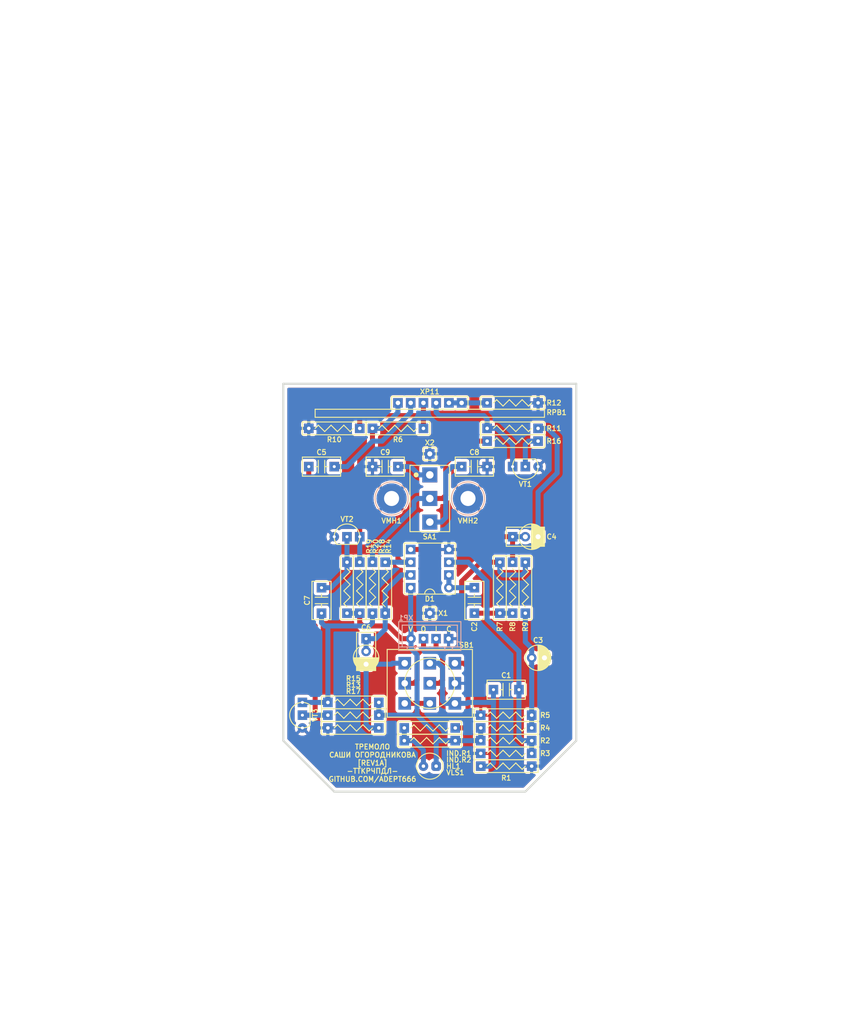
<source format=kicad_pcb>
(kicad_pcb (version 20171130) (host pcbnew 5.1.12-84ad8e8a86~92~ubuntu20.04.1)
  (title_block (title ТКП-1.25.A-1) (date 2024-12-15) (rev 1A) (company "Тремоло Саши Огородникова [REV1A]") (comment 1 http://github.com/Adept666) (comment 2 "Igor Ivanov (Игорь Иванов)") (comment 3 -ТТКРЧПДЛ-) (comment 4 "This project is licensed under GNU General Public License v3.0 or later"))
  (layers (0 F.Cu jumper) (31 B.Cu signal) (34 B.Paste user) (35 F.Paste user) (36 B.SilkS user) (37 F.SilkS user) (38 B.Mask user) (39 F.Mask user) (44 Edge.Cuts user))
  (net 0 "")
  (net 1 COM)
  (net 2 "Net-(HL1-PadC)")
  (net 3 /LED)
  (net 4 V)
  (net 5 /IN-CIR)
  (net 6 /IN-CON)
  (net 7 "Net-(SB1-PadNC1)")
  (net 8 /OUT-CIR)
  (net 9 /OUT-CON)
  (net 10 "Net-(C8-Pad1)")
  (net 11 "Net-(C9-Pad1)")
  (net 12 "Net-(C1-Pad2)")
  (net 13 "Net-(D1-Pad5)")
  (net 14 "Net-(C3-Pad+)")
  (net 15 "Net-(C4-Pad+)")
  (net 16 "Net-(C7-Pad1)")
  (net 17 "Net-(R12-Pad2)")
  (net 18 "Net-(C2-Pad1)")
  (net 19 "Net-(C2-Pad2)")
  (net 20 "Net-(C4-Pad-)")
  (net 21 "Net-(C5-Pad1)")
  (net 22 "Net-(C5-Pad2)")
  (net 23 "Net-(C6-Pad+)")
  (net 24 "Net-(C7-Pad2)")
  (net 25 "Net-(R10-Pad2)")
  (net 26 "Net-(R20-Pad1)")
  (net 27 "Net-(R11-Pad1)")
  (net 28 "Net-(R16-Pad1)")
  (net 29 "Net-(R16-Pad2)")
  (module KCL-VIRTUAL:VTC (layer B.Cu) (at 110.49 128.27 90)
    (fp_text reference VTC5)
    (fp_text value BOTTOM hide)
    (pad 1 smd circle (at 0 0 90) (size 0.4 0.4) (layers B.Cu) (net 17 "Net-(R12-Pad2)"))
  )
  (module KCL-VIRTUAL:VTC (layer B.Cu) (at 114.3 128.27 90)
    (fp_text reference VTC4)
    (fp_text value BOTTOM hide)
    (pad 1 smd circle (at 0 0 90) (size 0.4 0.4) (layers B.Cu) (net 17 "Net-(R12-Pad2)"))
  )
  (module KCL-VIRTUAL:VTC (layer B.Cu) (at 114.3 130.81 90)
    (fp_text reference VTC3)
    (fp_text value BOTTOM hide)
    (pad 1 smd circle (at 0 0 90) (size 0.4 0.4) (layers B.Cu) (net 27 "Net-(R11-Pad1)"))
  )
  (module KCL-VIRTUAL:VTC (layer F.Cu) (at 104.14 129.765)
    (fp_text reference VTC2)
    (fp_text value TOP hide)
    (pad 1 smd circle (at 0 0) (size 0.4 0.4) (layers F.Cu) (net 25 "Net-(R10-Pad2)"))
  )
  (module KCL-VIRTUAL:VTC (layer B.Cu) (at 97.4725 131.7625 315)
    (fp_text reference VTC1)
    (fp_text value BOTTOM hide)
    (pad 1 smd circle (at 0 0 315) (size 0.4 0.4) (layers B.Cu) (net 26 "Net-(R20-Pad1)"))
  )
  (module KCL-VIRTUAL:VJ (layer B.Cu) (at 111.76 128.27)
    (fp_text reference VJ4.1)
    (fp_text value BOTTOM hide)
    (pad 1 smd circle (at 0 0) (size 0.4 0.4) (layers B.Cu) (net 17 "Net-(R12-Pad2)"))
  )
  (module KCL-VIRTUAL:VJ (layer B.Cu) (at 116.84 133.35)
    (fp_text reference VJ4.2)
    (fp_text value BOTTOM hide)
    (pad 1 smd circle (at 0 0) (size 0.4 0.4) (layers B.Cu) (net 27 "Net-(R11-Pad1)"))
  )
  (module KCL-VIRTUAL:VJ (layer B.Cu) (at 109.22 128.27)
    (fp_text reference VJ3.2)
    (fp_text value BOTTOM hide)
    (pad 1 smd circle (at 0 0) (size 0.4 0.4) (layers B.Cu) (net 17 "Net-(R12-Pad2)"))
  )
  (module KCL-VIRTUAL:VJ (layer B.Cu) (at 106.68 128.27)
    (fp_text reference VJ3.1)
    (fp_text value BOTTOM hide)
    (pad 1 smd circle (at 0 0) (size 0.4 0.4) (layers B.Cu) (net 27 "Net-(R11-Pad1)"))
  )
  (module KCL-VIRTUAL:VJ (layer B.Cu) (at 116.84 128.27)
    (fp_text reference VJ3.3)
    (fp_text value BOTTOM hide)
    (pad 1 smd circle (at 0 0) (size 0.4 0.4) (layers B.Cu) (net 17 "Net-(R12-Pad2)"))
  )
  (module KCL-VIRTUAL:VJ (layer B.Cu) (at 99.06 128.27)
    (fp_text reference VJ2.2)
    (fp_text value BOTTOM hide)
    (pad 1 smd circle (at 0 0) (size 0.4 0.4) (layers B.Cu) (net 26 "Net-(R20-Pad1)"))
  )
  (module KCL-VIRTUAL:VJ (layer B.Cu) (at 104.14 133.35)
    (fp_text reference VJ2.1)
    (fp_text value BOTTOM hide)
    (pad 1 smd circle (at 0 0) (size 0.4 0.4) (layers B.Cu) (net 25 "Net-(R10-Pad2)"))
  )
  (module KCL-VIRTUAL:VJ (layer B.Cu) (at 104.14 128.27)
    (fp_text reference VJ1.2)
    (fp_text value BOTTOM hide)
    (pad 1 smd circle (at 0 0) (size 0.4 0.4) (layers B.Cu) (net 25 "Net-(R10-Pad2)"))
  )
  (module KCL-VIRTUAL:VJ (layer B.Cu) (at 93.98 133.35)
    (fp_text reference VJ1.1)
    (fp_text value BOTTOM hide)
    (pad 1 smd circle (at 0 0) (size 0.4 0.4) (layers B.Cu) (net 26 "Net-(R20-Pad1)"))
  )
  (module KCL-TH-ML:CON-PAD-S-1.0-1.9 (layer F.Cu) (at 105.41 138.43)
    (fp_text reference X2 (at 0 -2.2225) (layer F.SilkS) (effects (font (thickness 0.2))))
    (fp_text value COM)
    (pad 1 thru_hole rect (at 0 0) (size 1.9 1.9) (drill 1) (layers *.Cu *.Mask) (net 1 COM))
  )
  (module KCL-TH-ML:CON-PAD-S-1.0-1.9 (layer F.Cu) (at 105.41 170.18)
    (fp_text reference X1 (at 1.5875 0) (layer F.SilkS) (effects (font (thickness 0.2)) (justify left)))
    (fp_text value COM)
    (pad 1 thru_hole rect (at 0 0) (size 1.9 1.9) (drill 1) (layers *.Cu *.Mask) (net 1 COM))
  )
  (module KCL-TH-ML:SW-MTS-102-A2-3.0-PNL-6.0 (layer F.Cu) (at 105.41 147.32)
    (fp_text reference SA1 (at 0 7.62) (layer F.SilkS) (effects (font (thickness 0.2))))
    (fp_text value MTS-102-A2)
    (pad NC thru_hole rect (at 0 -4.7) (size 3 3) (drill 1.5) (layers *.Cu *.Mask) (net 11 "Net-(C9-Pad1)"))
    (pad COM thru_hole rect (at 0 0) (size 3 3) (drill 1.5) (layers *.Cu *.Mask) (net 29 "Net-(R16-Pad2)"))
    (pad NO thru_hole rect (at 0 4.7) (size 3 3) (drill 1.5) (layers *.Cu *.Mask) (net 10 "Net-(C8-Pad1)"))
  )
  (module KCL-TH-ML:VMH-STA-DA5-PNL-3.0 (layer F.Cu) (at 113.03 147.32)
    (fp_text reference VMH2 (at 0 4.445) (layer F.SilkS) (effects (font (thickness 0.2))))
    (fp_text value DI5M3x18)
    (pad 0 thru_hole circle (at 0 0) (size 6 6) (drill 3) (layers *.Cu *.Mask) (net 1 COM))
  )
  (module KCL-TH-ML:VMH-STA-DA5-PNL-3.0 (layer F.Cu) (at 97.79 147.32)
    (fp_text reference VMH1 (at 0 4.445) (layer F.SilkS) (effects (font (thickness 0.2))))
    (fp_text value DI5M3x18)
    (pad 0 thru_hole circle (at 0 0) (size 6 6) (drill 3) (layers *.Cu *.Mask) (net 1 COM))
  )
  (module KCL-TH-ML:LED-ROUND-05.0-UNI-SH-SPACER-PNL-5.3 (layer F.Cu) (at 105.41 200.66)
    (fp_text reference HL1 (at 3.175 0) (layer F.SilkS) (effects (font (thickness 0.2)) (justify left)))
    (fp_text value FYL-5013URC)
    (pad C thru_hole circle (at -1.27 0) (size 1.9 1.9) (drill 0.7) (layers *.Cu *.Mask) (net 2 "Net-(HL1-PadC)"))
    (pad A thru_hole roundrect (at 1.27 0) (size 1.9 1.9) (drill 0.7) (layers *.Cu *.Mask) (roundrect_rratio 0.3) (net 4 V))
  )
  (module KCL-VIRTUAL:VLS-BR (layer F.Cu) (at 105.41 200.66)
    (fp_text reference VLS1 (at 3.175 1.27) (layer F.SilkS) (effects (font (thickness 0.2)) (justify left)))
    (fp_text value BR-12.7)
  )
  (module SBEL:1590N1_A1 (layer F.Cu) (at 105.41 148.59)
    (fp_text reference VE1 hide)
    (fp_text value 1590N1 hide)
  )
  (module KCL-TH-ML:SW-PBS-24-302SP-2.5-PNL-13.0 (layer F.Cu) (at 105.41 184.15)
    (fp_text reference SB1 (at 8.89 -7.62) (layer F.SilkS) (effects (font (thickness 0.2)) (justify right)))
    (fp_text value PBS-24-302SP)
    (pad COM3 thru_hole rect (at 5 0) (size 2.5 2.5) (drill 1.3) (layers *.Cu *.Mask) (net 1 COM))
    (pad NC3 thru_hole rect (at 5 4) (size 2.5 2.5) (drill 1.3) (layers *.Cu *.Mask) (net 5 /IN-CIR))
    (pad NO3 thru_hole rect (at 5 -4) (size 2.5 2.5) (drill 1.3) (layers *.Cu *.Mask) (net 3 /LED))
    (pad COM2 thru_hole rect (at 0 0) (size 2.5 2.5) (drill 1.3) (layers *.Cu *.Mask) (net 6 /IN-CON))
    (pad NC2 thru_hole rect (at 0 4) (size 2.5 2.5) (drill 1.3) (layers *.Cu *.Mask) (net 7 "Net-(SB1-PadNC1)"))
    (pad NO2 thru_hole rect (at 0 -4) (size 2.5 2.5) (drill 1.3) (layers *.Cu *.Mask) (net 5 /IN-CIR))
    (pad NO1 thru_hole rect (at -5 -4) (size 2.5 2.5) (drill 1.3) (layers *.Cu *.Mask) (net 8 /OUT-CIR))
    (pad COM1 thru_hole rect (at -5 0) (size 2.5 2.5) (drill 1.3) (layers *.Cu *.Mask) (net 9 /OUT-CON))
    (pad NC1 thru_hole rect (at -5 4) (size 2.5 2.5) (drill 1.3) (layers *.Cu *.Mask) (net 7 "Net-(SB1-PadNC1)"))
  )
  (module KCL-TH-ML:R-MFR-25 (layer F.Cu) (at 121.92 133.35)
    (fp_text reference R11 (at 6.6675 0) (layer F.SilkS) (effects (font (thickness 0.2)) (justify left)))
    (fp_text value 103)
    (pad 2 thru_hole rect (at 5.08 0) (size 1.9 1.9) (drill 0.7) (layers *.Cu *.Mask) (net 20 "Net-(C4-Pad-)"))
    (pad 1 thru_hole rect (at -5.08 0) (size 1.9 1.9) (drill 0.7) (layers *.Cu *.Mask) (net 27 "Net-(R11-Pad1)"))
  )
  (module SBKCL-TH-ML:C-DISK-D04.2-T03.0-P05.08-d0.5-OR-CP-RADIAL-D05.0-P02.0-CLS (layer F.Cu) (at 124.46 154.94)
    (fp_text reference C4 (at 4.1275 0) (layer F.SilkS) (effects (font (thickness 0.2)) (justify left)))
    (fp_text value 475)
    (pad - thru_hole rect (at 2.54 0) (size 1.9 1.9) (drill 1) (layers *.Cu *.Mask) (net 20 "Net-(C4-Pad-)"))
    (pad + thru_hole circle (at 0 0) (size 1.9 1.9) (drill 1) (layers *.Cu *.Mask) (net 15 "Net-(C4-Pad+)"))
    (pad + thru_hole rect (at -2.54 0) (size 1.9 1.9) (drill 0.6) (layers *.Cu *.Mask) (net 15 "Net-(C4-Pad+)"))
  )
  (module KCL-TH-ML:R-MFR-25 (layer F.Cu) (at 120.65 200.66 180)
    (fp_text reference R1 (at 0 -2.3495) (layer F.SilkS) (effects (font (thickness 0.2))))
    (fp_text value 225)
    (pad 1 thru_hole rect (at -5.08 0 180) (size 1.9 1.9) (drill 0.7) (layers *.Cu *.Mask) (net 1 COM))
    (pad 2 thru_hole rect (at 5.08 0 180) (size 1.9 1.9) (drill 0.7) (layers *.Cu *.Mask) (net 5 /IN-CIR))
  )
  (module SBKCL-VIRTUAL:XB-1590N1 (layer F.Cu) (at 105.41 90.17)
    (fp_text reference XB1 hide)
    (fp_text value "1590N1 Connector Board" hide)
  )
  (module KCL-TH-ML:CON-XH-B4B-A (layer B.Cu) (at 105.41 175.26)
    (fp_text reference XP1 (at -6.35 -4.1275) (layer B.SilkS) (effects (font (thickness 0.2)) (justify right mirror)))
    (fp_text value B4B-XH-A)
    (pad 1 thru_hole circle (at -3.75 0) (size 1.9 1.9) (drill 0.9) (layers *.Cu *.Mask) (net 4 V))
    (pad 2 thru_hole rect (at -1.25 0) (size 1.9 1.9) (drill 0.9) (layers *.Cu *.Mask) (net 9 /OUT-CON))
    (pad 3 thru_hole rect (at 1.25 0) (size 1.9 1.9) (drill 0.9) (layers *.Cu *.Mask) (net 6 /IN-CON))
    (pad 4 thru_hole rect (at 3.75 0) (size 1.9 1.9) (drill 0.9) (layers *.Cu *.Mask) (net 1 COM))
  )
  (module SBKCL-TH-ML:C-DISK-D04.2-T03.0-P05.08-d0.5-OR-CP-RADIAL-D05.0-P02.0-CLS (layer F.Cu) (at 92.71 177.8 270)
    (fp_text reference C6 (at -4.7625 0) (layer F.SilkS) (effects (font (thickness 0.2))))
    (fp_text value 105)
    (pad + thru_hole rect (at -2.54 0 270) (size 1.9 1.9) (drill 0.6) (layers *.Cu *.Mask) (net 23 "Net-(C6-Pad+)"))
    (pad + thru_hole circle (at 0 0 270) (size 1.9 1.9) (drill 1) (layers *.Cu *.Mask) (net 23 "Net-(C6-Pad+)"))
    (pad - thru_hole rect (at 2.54 0 270) (size 1.9 1.9) (drill 1) (layers *.Cu *.Mask) (net 8 /OUT-CIR))
  )
  (module SBKCL-TH-ML:RPB-1590N1-18-2x17-1.6-PNL-7.4-2.8 (layer F.Cu) (at 105.41 117.04)
    (fp_text reference RPB1 (at 23.1775 13.135) (layer F.SilkS) (effects (font (thickness 0.2)) (justify left)))
    (fp_text value A100K-A100K)
    (fp_text user XP11 (at 0 9.0075) (layer F.SilkS) (effects (font (thickness 0.2))))
    (pad 23 thru_hole rect (at 1.27 11.23) (size 1.9 1.9) (drill 0.9) (layers *.Cu *.Mask) (net 27 "Net-(R11-Pad1)"))
    (pad 13 thru_hole rect (at -6.35 11.23) (size 1.9 1.9) (drill 0.9) (layers *.Cu *.Mask) (net 26 "Net-(R20-Pad1)"))
    (pad 11 thru_hole rect (at -1.27 11.23) (size 1.9 1.9) (drill 0.9) (layers *.Cu *.Mask) (net 25 "Net-(R10-Pad2)"))
    (pad 12 thru_hole rect (at -3.81 11.23) (size 1.9 1.9) (drill 0.9) (layers *.Cu *.Mask) (net 21 "Net-(C5-Pad1)"))
    (pad 22 thru_hole rect (at 3.81 11.23) (size 1.9 1.9) (drill 0.9) (layers *.Cu *.Mask) (net 17 "Net-(R12-Pad2)"))
    (pad 21 thru_hole rect (at 6.35 11.23) (size 1.9 1.9) (drill 0.9) (layers *.Cu *.Mask) (net 17 "Net-(R12-Pad2)"))
  )
  (module KCL-TH-ML:P-TO-92-E-B-C (layer F.Cu) (at 80.01 190.5 90)
    (fp_text reference VT3 (at 0 2.54 90) (layer F.SilkS) (effects (font (thickness 0.2))))
    (fp_text value 5088)
    (pad E thru_hole circle (at -2.54 0 90) (size 1.9 1.9) (drill 0.6) (layers *.Cu *.Mask) (net 1 COM))
    (pad B thru_hole rect (at 0 0 90) (size 1.9 1.9) (drill 0.6) (layers *.Cu *.Mask) (net 22 "Net-(C5-Pad2)"))
    (pad C thru_hole rect (at 2.54 0 90) (size 1.9 1.9) (drill 0.6) (layers *.Cu *.Mask) (net 16 "Net-(C7-Pad1)"))
  )
  (module KCL-TH-ML:P-TO-92-E-B-C (layer F.Cu) (at 88.9 154.94)
    (fp_text reference VT2 (at 0 -3.4925) (layer F.SilkS) (effects (font (thickness 0.2))))
    (fp_text value 5088)
    (pad E thru_hole circle (at -2.54 0) (size 1.9 1.9) (drill 0.6) (layers *.Cu *.Mask) (net 1 COM))
    (pad B thru_hole rect (at 0 0) (size 1.9 1.9) (drill 0.6) (layers *.Cu *.Mask) (net 24 "Net-(C7-Pad2)"))
    (pad C thru_hole rect (at 2.54 0) (size 1.9 1.9) (drill 0.6) (layers *.Cu *.Mask) (net 26 "Net-(R20-Pad1)"))
  )
  (module KCL-TH-ML:P-TO-92-E-B-C (layer F.Cu) (at 124.46 140.97 180)
    (fp_text reference VT1 (at 0 -3.4925) (layer F.SilkS) (effects (font (thickness 0.2))))
    (fp_text value 5088)
    (pad E thru_hole circle (at -2.54 0 180) (size 1.9 1.9) (drill 0.6) (layers *.Cu *.Mask) (net 1 COM))
    (pad B thru_hole rect (at 0 0 180) (size 1.9 1.9) (drill 0.6) (layers *.Cu *.Mask) (net 28 "Net-(R16-Pad1)"))
    (pad C thru_hole rect (at 2.54 0 180) (size 1.9 1.9) (drill 0.6) (layers *.Cu *.Mask) (net 27 "Net-(R11-Pad1)"))
  )
  (module KCL-TH-ML:R-MFR-25 (layer F.Cu) (at 119.38 165.1 90)
    (fp_text reference R7 (at -6.6675 0 90) (layer F.SilkS) (effects (font (thickness 0.2)) (justify right)))
    (fp_text value 473)
    (pad 2 thru_hole rect (at 5.08 0 90) (size 1.9 1.9) (drill 0.7) (layers *.Cu *.Mask) (net 13 "Net-(D1-Pad5)"))
    (pad 1 thru_hole rect (at -5.08 0 90) (size 1.9 1.9) (drill 0.7) (layers *.Cu *.Mask) (net 19 "Net-(C2-Pad2)"))
  )
  (module KCL-TH-ML:R-MFR-25 (layer F.Cu) (at 90.17 193.04)
    (fp_text reference R17 (at 0 -7.3025) (layer F.SilkS) (effects (font (thickness 0.2))))
    (fp_text value 473)
    (pad 1 thru_hole rect (at -5.08 0) (size 1.9 1.9) (drill 0.7) (layers *.Cu *.Mask) (net 1 COM))
    (pad 2 thru_hole rect (at 5.08 0) (size 1.9 1.9) (drill 0.7) (layers *.Cu *.Mask) (net 8 /OUT-CIR))
  )
  (module KCL-TH-ML:R-MFR-25 (layer F.Cu) (at 120.65 190.5)
    (fp_text reference R5 (at 6.6675 0) (layer F.SilkS) (effects (font (thickness 0.2)) (justify left)))
    (fp_text value 303)
    (pad 1 thru_hole rect (at -5.08 0) (size 1.9 1.9) (drill 0.7) (layers *.Cu *.Mask) (net 1 COM))
    (pad 2 thru_hole rect (at 5.08 0) (size 1.9 1.9) (drill 0.7) (layers *.Cu *.Mask) (net 14 "Net-(C3-Pad+)"))
  )
  (module KCL-TH-ML:R-MFR-25 (layer F.Cu) (at 120.65 193.04 180)
    (fp_text reference R4 (at -6.6675 0) (layer F.SilkS) (effects (font (thickness 0.2)) (justify left)))
    (fp_text value 273)
    (pad 1 thru_hole rect (at -5.08 0 180) (size 1.9 1.9) (drill 0.7) (layers *.Cu *.Mask) (net 14 "Net-(C3-Pad+)"))
    (pad 2 thru_hole rect (at 5.08 0 180) (size 1.9 1.9) (drill 0.7) (layers *.Cu *.Mask) (net 4 V))
  )
  (module KCL-TH-ML:R-MFR-25 (layer F.Cu) (at 124.46 165.1 90)
    (fp_text reference R9 (at -6.6675 0 90) (layer F.SilkS) (effects (font (thickness 0.2)) (justify right)))
    (fp_text value 393)
    (pad 1 thru_hole rect (at -5.08 0 90) (size 1.9 1.9) (drill 0.7) (layers *.Cu *.Mask) (net 14 "Net-(C3-Pad+)"))
    (pad 2 thru_hole rect (at 5.08 0 90) (size 1.9 1.9) (drill 0.7) (layers *.Cu *.Mask) (net 13 "Net-(D1-Pad5)"))
  )
  (module KCL-TH-ML:R-MFR-25 (layer F.Cu) (at 121.92 165.1 90)
    (fp_text reference R8 (at -6.6675 0 90) (layer F.SilkS) (effects (font (thickness 0.2)) (justify right)))
    (fp_text value 303)
    (pad 2 thru_hole rect (at 5.08 0 90) (size 1.9 1.9) (drill 0.7) (layers *.Cu *.Mask) (net 15 "Net-(C4-Pad+)"))
    (pad 1 thru_hole rect (at -5.08 0 90) (size 1.9 1.9) (drill 0.7) (layers *.Cu *.Mask) (net 19 "Net-(C2-Pad2)"))
  )
  (module KCL-TH-ML:CP-RADIAL-D05.0-P02.0-CLS (layer F.Cu) (at 127 179.07)
    (fp_text reference C3 (at 0 -3.4925) (layer F.SilkS) (effects (font (thickness 0.2))))
    (fp_text value 226)
    (pad + thru_hole circle (at -1.27 0) (size 1.9 1.9) (drill 1) (layers *.Cu *.Mask) (net 14 "Net-(C3-Pad+)"))
    (pad - thru_hole roundrect (at 1.27 0) (size 1.9 1.9) (drill 1) (layers *.Cu *.Mask) (roundrect_rratio 0.3) (net 1 COM))
  )
  (module KCL-TH-ML:R-MFR-25 (layer F.Cu) (at 99.06 133.35 180)
    (fp_text reference R6 (at 0 -2.2225) (layer F.SilkS) (effects (font (thickness 0.2))))
    (fp_text value 683)
    (pad 1 thru_hole rect (at -5.08 0 180) (size 1.9 1.9) (drill 0.7) (layers *.Cu *.Mask) (net 25 "Net-(R10-Pad2)"))
    (pad 2 thru_hole rect (at 5.08 0 180) (size 1.9 1.9) (drill 0.7) (layers *.Cu *.Mask) (net 26 "Net-(R20-Pad1)"))
  )
  (module KCL-TH-ML:R-MFR-25 (layer F.Cu) (at 86.36 133.35)
    (fp_text reference R10 (at 0 2.2225) (layer F.SilkS) (effects (font (thickness 0.2))))
    (fp_text value 112)
    (pad 1 thru_hole rect (at -5.08 0) (size 1.9 1.9) (drill 0.7) (layers *.Cu *.Mask) (net 1 COM))
    (pad 2 thru_hole rect (at 5.08 0) (size 1.9 1.9) (drill 0.7) (layers *.Cu *.Mask) (net 25 "Net-(R10-Pad2)"))
  )
  (module KCL-TH-ML:R-MFR-25 (layer F.Cu) (at 121.92 128.27 180)
    (fp_text reference R12 (at -6.6675 0) (layer F.SilkS) (effects (font (thickness 0.2)) (justify left)))
    (fp_text value 103)
    (pad 1 thru_hole rect (at -5.08 0 180) (size 1.9 1.9) (drill 0.7) (layers *.Cu *.Mask) (net 1 COM))
    (pad 2 thru_hole rect (at 5.08 0 180) (size 1.9 1.9) (drill 0.7) (layers *.Cu *.Mask) (net 17 "Net-(R12-Pad2)"))
  )
  (module KCL-TH-ML:R-MFR-25 (layer F.Cu) (at 120.65 195.58 180)
    (fp_text reference R2 (at -6.6675 0) (layer F.SilkS) (effects (font (thickness 0.2)) (justify left)))
    (fp_text value 105)
    (pad 1 thru_hole rect (at -5.08 0 180) (size 1.9 1.9) (drill 0.7) (layers *.Cu *.Mask) (net 12 "Net-(C1-Pad2)"))
    (pad 2 thru_hole rect (at 5.08 0 180) (size 1.9 1.9) (drill 0.7) (layers *.Cu *.Mask) (net 4 V))
  )
  (module KCL-TH-ML:R-MFR-25 (layer F.Cu) (at 120.65 198.12)
    (fp_text reference R3 (at 6.6675 0) (layer F.SilkS) (effects (font (thickness 0.2)) (justify left)))
    (fp_text value 105)
    (pad 1 thru_hole rect (at -5.08 0) (size 1.9 1.9) (drill 0.7) (layers *.Cu *.Mask) (net 1 COM))
    (pad 2 thru_hole rect (at 5.08 0) (size 1.9 1.9) (drill 0.7) (layers *.Cu *.Mask) (net 12 "Net-(C1-Pad2)"))
  )
  (module KCL-TH-ML:P-DIP-08 (layer F.Cu) (at 105.41 161.29 180)
    (fp_text reference D1 (at 0 -6.0325) (layer F.SilkS) (effects (font (thickness 0.2))))
    (fp_text value 4558)
    (pad 8 thru_hole rect (at 3.81 -3.81 180) (size 1.9 1.9) (drill 1) (layers *.Cu *.Mask) (net 4 V))
    (pad 7 thru_hole rect (at 3.81 -1.27 180) (size 1.9 1.9) (drill 1) (layers *.Cu *.Mask) (net 23 "Net-(C6-Pad+)"))
    (pad 6 thru_hole rect (at 3.81 1.27 180) (size 1.9 1.9) (drill 1) (layers *.Cu *.Mask) (net 15 "Net-(C4-Pad+)"))
    (pad 5 thru_hole rect (at 3.81 3.81 180) (size 1.9 1.9) (drill 1) (layers *.Cu *.Mask) (net 13 "Net-(D1-Pad5)"))
    (pad 4 thru_hole rect (at -3.81 3.81 180) (size 1.9 1.9) (drill 1) (layers *.Cu *.Mask) (net 1 COM))
    (pad 3 thru_hole rect (at -3.81 1.27 180) (size 1.9 1.9) (drill 1) (layers *.Cu *.Mask) (net 12 "Net-(C1-Pad2)"))
    (pad 2 thru_hole rect (at -3.81 -1.27 180) (size 1.9 1.9) (drill 1) (layers *.Cu *.Mask) (net 18 "Net-(C2-Pad1)"))
    (pad 1 thru_hole circle (at -3.81 -3.81 180) (size 1.9 1.9) (drill 1) (layers *.Cu *.Mask) (net 18 "Net-(C2-Pad1)"))
  )
  (module KCL-TH-ML:C-DISK-D04.2-T03.0-P05.08-d0.5 (layer F.Cu) (at 114.3 167.64 270)
    (fp_text reference C2 (at 4.1275 0 90) (layer F.SilkS) (effects (font (thickness 0.2)) (justify right)))
    (fp_text value 104)
    (pad 2 thru_hole rect (at 2.54 0 270) (size 1.9 1.9) (drill 0.6) (layers *.Cu *.Mask) (net 19 "Net-(C2-Pad2)"))
    (pad 1 thru_hole rect (at -2.54 0 270) (size 1.9 1.9) (drill 0.6) (layers *.Cu *.Mask) (net 18 "Net-(C2-Pad1)"))
  )
  (module KCL-TH-ML:C-DISK-D04.2-T03.0-P05.08-d0.5 (layer F.Cu) (at 120.65 185.42)
    (fp_text reference C1 (at 0 -2.8575) (layer F.SilkS) (effects (font (thickness 0.2))))
    (fp_text value 104)
    (pad 1 thru_hole rect (at -2.54 0) (size 1.9 1.9) (drill 0.6) (layers *.Cu *.Mask) (net 5 /IN-CIR))
    (pad 2 thru_hole rect (at 2.54 0) (size 1.9 1.9) (drill 0.6) (layers *.Cu *.Mask) (net 12 "Net-(C1-Pad2)"))
  )
  (module KCL-TH-ML:R-MFR-25 (layer F.Cu) (at 121.92 135.89 180)
    (fp_text reference R16 (at -6.6675 0) (layer F.SilkS) (effects (font (thickness 0.2)) (justify left)))
    (fp_text value 204)
    (pad 1 thru_hole rect (at -5.08 0 180) (size 1.9 1.9) (drill 0.7) (layers *.Cu *.Mask) (net 28 "Net-(R16-Pad1)"))
    (pad 2 thru_hole rect (at 5.08 0 180) (size 1.9 1.9) (drill 0.7) (layers *.Cu *.Mask) (net 29 "Net-(R16-Pad2)"))
  )
  (module KCL-TH-ML:C-DISK-D04.2-T03.0-P05.08-d0.5 (layer F.Cu) (at 114.3 140.97)
    (fp_text reference C8 (at 0 -2.8575) (layer F.SilkS) (effects (font (thickness 0.2))))
    (fp_text value 224)
    (pad 2 thru_hole rect (at 2.54 0) (size 1.9 1.9) (drill 0.6) (layers *.Cu *.Mask) (net 1 COM))
    (pad 1 thru_hole rect (at -2.54 0) (size 1.9 1.9) (drill 0.6) (layers *.Cu *.Mask) (net 10 "Net-(C8-Pad1)"))
  )
  (module KCL-TH-ML:C-DISK-D04.2-T03.0-P05.08-d0.5 (layer F.Cu) (at 96.52 140.97 180)
    (fp_text reference C9 (at 0 2.8575) (layer F.SilkS) (effects (font (thickness 0.2))))
    (fp_text value 223)
    (pad 2 thru_hole rect (at 2.54 0 180) (size 1.9 1.9) (drill 0.6) (layers *.Cu *.Mask) (net 1 COM))
    (pad 1 thru_hole rect (at -2.54 0 180) (size 1.9 1.9) (drill 0.6) (layers *.Cu *.Mask) (net 11 "Net-(C9-Pad1)"))
  )
  (module KCL-TH-ML:R-MFR-25 (layer F.Cu) (at 90.17 190.5)
    (fp_text reference R13 (at 0 -6.0325) (layer F.SilkS) (effects (font (thickness 0.2))))
    (fp_text value 225)
    (pad 2 thru_hole rect (at 5.08 0) (size 1.9 1.9) (drill 0.7) (layers *.Cu *.Mask) (net 4 V))
    (pad 1 thru_hole rect (at -5.08 0) (size 1.9 1.9) (drill 0.7) (layers *.Cu *.Mask) (net 22 "Net-(C5-Pad2)"))
  )
  (module KCL-TH-ML:R-MFR-25 (layer F.Cu) (at 90.17 187.96)
    (fp_text reference R15 (at 0 -4.7625) (layer F.SilkS) (effects (font (thickness 0.2))))
    (fp_text value 473)
    (pad 2 thru_hole rect (at 5.08 0) (size 1.9 1.9) (drill 0.7) (layers *.Cu *.Mask) (net 4 V))
    (pad 1 thru_hole rect (at -5.08 0) (size 1.9 1.9) (drill 0.7) (layers *.Cu *.Mask) (net 16 "Net-(C7-Pad1)"))
  )
  (module KCL-TH-ML:R-MFR-25 (layer F.Cu) (at 91.44 165.1 270)
    (fp_text reference R20 (at -6.6675 -3.175 90) (layer F.SilkS) (effects (font (thickness 0.2)) (justify left)))
    (fp_text value 473)
    (pad 1 thru_hole rect (at -5.08 0 270) (size 1.9 1.9) (drill 0.7) (layers *.Cu *.Mask) (net 26 "Net-(R20-Pad1)"))
    (pad 2 thru_hole rect (at 5.08 0 270) (size 1.9 1.9) (drill 0.7) (layers *.Cu *.Mask) (net 4 V))
  )
  (module KCL-TH-ML:R-MFR-25 (layer F.Cu) (at 88.9 165.1 270)
    (fp_text reference R19 (at -6.6675 -4.445 90) (layer F.SilkS) (effects (font (thickness 0.2)) (justify left)))
    (fp_text value 334)
    (pad 1 thru_hole rect (at -5.08 0 270) (size 1.9 1.9) (drill 0.7) (layers *.Cu *.Mask) (net 24 "Net-(C7-Pad2)"))
    (pad 2 thru_hole rect (at 5.08 0 270) (size 1.9 1.9) (drill 0.7) (layers *.Cu *.Mask) (net 4 V))
  )
  (module KCL-TH-ML:R-MFR-25 (layer F.Cu) (at 93.98 165.1 90)
    (fp_text reference R18 (at 6.6675 1.905 90) (layer F.SilkS) (effects (font (thickness 0.2)) (justify left)))
    (fp_text value 204)
    (pad 2 thru_hole rect (at 5.08 0 90) (size 1.9 1.9) (drill 0.7) (layers *.Cu *.Mask) (net 29 "Net-(R16-Pad2)"))
    (pad 1 thru_hole rect (at -5.08 0 90) (size 1.9 1.9) (drill 0.7) (layers *.Cu *.Mask) (net 16 "Net-(C7-Pad1)"))
  )
  (module KCL-TH-ML:C-DISK-D04.2-T03.0-P05.08-d0.5 (layer F.Cu) (at 83.82 140.97 180)
    (fp_text reference C5 (at 0 2.8575) (layer F.SilkS) (effects (font (thickness 0.2))))
    (fp_text value 474)
    (pad 2 thru_hole rect (at 2.54 0 180) (size 1.9 1.9) (drill 0.6) (layers *.Cu *.Mask) (net 22 "Net-(C5-Pad2)"))
    (pad 1 thru_hole rect (at -2.54 0 180) (size 1.9 1.9) (drill 0.6) (layers *.Cu *.Mask) (net 21 "Net-(C5-Pad1)"))
  )
  (module KCL-TH-ML:C-DISK-D04.2-T03.0-P05.08-d0.5 (layer F.Cu) (at 83.82 167.64 90)
    (fp_text reference C7 (at 0 -2.8575 90) (layer F.SilkS) (effects (font (thickness 0.2))))
    (fp_text value 474)
    (pad 1 thru_hole rect (at -2.54 0 90) (size 1.9 1.9) (drill 0.6) (layers *.Cu *.Mask) (net 16 "Net-(C7-Pad1)"))
    (pad 2 thru_hole rect (at 2.54 0 90) (size 1.9 1.9) (drill 0.6) (layers *.Cu *.Mask) (net 24 "Net-(C7-Pad2)"))
  )
  (module KCL-TH-ML:R-MFR-25 (layer F.Cu) (at 105.41 195.58)
    (fp_text reference IND.R2 (at 3.175 3.81) (layer F.SilkS) (effects (font (thickness 0.2)) (justify left)))
    (fp_text value X)
    (pad 1 thru_hole rect (at -5.08 0) (size 1.9 1.9) (drill 0.7) (layers *.Cu *.Mask) (net 2 "Net-(HL1-PadC)"))
    (pad 2 thru_hole rect (at 5.08 0) (size 1.9 1.9) (drill 0.7) (layers *.Cu *.Mask) (net 4 V))
  )
  (module KCL-TH-ML:R-MFR-25 (layer F.Cu) (at 105.41 193.04 180)
    (fp_text reference IND.R1 (at -3.175 -5.08) (layer F.SilkS) (effects (font (thickness 0.2)) (justify left)))
    (fp_text value 472)
    (pad 1 thru_hole rect (at -5.08 0 180) (size 1.9 1.9) (drill 0.7) (layers *.Cu *.Mask) (net 3 /LED))
    (pad 2 thru_hole rect (at 5.08 0 180) (size 1.9 1.9) (drill 0.7) (layers *.Cu *.Mask) (net 2 "Net-(HL1-PadC)"))
  )
  (module KCL-TH-ML:R-MFR-25 (layer F.Cu) (at 96.52 165.1 270)
    (fp_text reference R14 (at -6.6675 -0.635 90) (layer F.SilkS) (effects (font (thickness 0.2)) (justify left)))
    (fp_text value 333)
    (pad 2 thru_hole rect (at 5.08 0 270) (size 1.9 1.9) (drill 0.7) (layers *.Cu *.Mask) (net 23 "Net-(C6-Pad+)"))
    (pad 1 thru_hole rect (at -5.08 0 270) (size 1.9 1.9) (drill 0.7) (layers *.Cu *.Mask) (net 15 "Net-(C4-Pad+)"))
  )
  (gr_text C (at 109.22 173.355) (layer F.SilkS) (effects (font (size 1 1) (thickness 0.2))))
  (gr_text I (at 106.68 173.355) (layer F.SilkS) (effects (font (size 1 1) (thickness 0.2))))
  (gr_text O (at 104.14 173.355) (layer F.SilkS) (effects (font (size 1 1) (thickness 0.2))))
  (gr_text V (at 101.6 173.355) (layer F.SilkS) (effects (font (size 1 1) (thickness 0.2))))
  (gr_text "ТРЕМОЛО\nСАШИ ОГОРОДНИКОВА\n[REV1A]\n-ТТКРЧПДЛ-\nGITHUB.COM/ADEPT666" (at 93.98 200.025) (layer F.SilkS) (effects (font (size 1 1) (thickness 0.2))))
  (gr_line (start 124.46 205.74) (end 134.62 195.58) (layer Edge.Cuts) (width 0.4))
  (gr_line (start 76.2 195.58) (end 86.36 205.74) (layer Edge.Cuts) (width 0.4))
  (gr_line (start 76.2 124.46) (end 134.62 124.46) (layer Edge.Cuts) (width 0.4))
  (gr_line (start 134.62 124.46) (end 134.62 195.58) (layer Edge.Cuts) (width 0.4))
  (gr_line (start 76.2 124.46) (end 76.2 195.58) (layer Edge.Cuts) (width 0.4))
  (gr_line (start 86.36 205.74) (end 124.46 205.74) (layer Edge.Cuts) (width 0.4))
  (segment (start 100.33 195.58) (end 102.235 195.58) (width 1) (layer B.Cu) (net 2))
  (segment (start 102.235 195.58) (end 104.14 197.485) (width 1) (layer B.Cu) (net 2))
  (segment (start 104.14 197.485) (end 104.14 200.66) (width 1) (layer B.Cu) (net 2))
  (segment (start 100.33 193.04) (end 100.33 195.58) (width 1) (layer B.Cu) (net 2))
  (segment (start 110.41 180.15) (end 112.205 180.15) (width 1) (layer F.Cu) (net 3))
  (segment (start 112.205 180.15) (end 113.03 180.975) (width 1) (layer F.Cu) (net 3))
  (segment (start 113.03 180.975) (end 113.03 192.405) (width 1) (layer F.Cu) (net 3))
  (segment (start 112.395 193.04) (end 113.03 192.405) (width 1) (layer F.Cu) (net 3))
  (segment (start 110.49 193.04) (end 112.395 193.04) (width 1) (layer F.Cu) (net 3))
  (segment (start 88.9 170.18) (end 91.44 170.18) (width 1) (layer B.Cu) (net 4))
  (segment (start 101.6 173.355) (end 101.6 165.1) (width 1) (layer B.Cu) (net 4))
  (segment (start 101.66 173.415) (end 101.6 173.355) (width 1) (layer B.Cu) (net 4))
  (segment (start 101.66 175.26) (end 101.66 173.415) (width 1) (layer B.Cu) (net 4))
  (segment (start 91.44 172.085) (end 91.44 170.18) (width 1) (layer F.Cu) (net 4))
  (segment (start 92.075 172.72) (end 91.44 172.085) (width 1) (layer F.Cu) (net 4))
  (segment (start 97.155 172.72) (end 92.075 172.72) (width 1) (layer F.Cu) (net 4))
  (segment (start 99.695 175.26) (end 97.155 172.72) (width 1) (layer F.Cu) (net 4))
  (segment (start 101.66 175.26) (end 99.695 175.26) (width 1) (layer F.Cu) (net 4))
  (segment (start 95.25 187.96) (end 95.25 190.5) (width 1) (layer B.Cu) (net 4))
  (segment (start 95.25 190.5) (end 102.87 190.5) (width 1) (layer B.Cu) (net 4))
  (segment (start 101.66 175.26) (end 101.66 177.225) (width 1) (layer B.Cu) (net 4))
  (segment (start 101.66 177.225) (end 102.87 178.435) (width 1) (layer B.Cu) (net 4))
  (segment (start 102.87 178.435) (end 102.87 190.5) (width 1) (layer B.Cu) (net 4))
  (segment (start 102.87 190.5) (end 106.68 194.31) (width 1) (layer B.Cu) (net 4))
  (segment (start 106.68 195.58) (end 110.49 195.58) (width 1) (layer B.Cu) (net 4))
  (segment (start 106.68 194.31) (end 106.68 195.58) (width 1) (layer B.Cu) (net 4))
  (segment (start 106.68 195.58) (end 106.68 200.66) (width 1) (layer B.Cu) (net 4))
  (segment (start 110.49 195.58) (end 115.57 195.58) (width 1) (layer B.Cu) (net 4))
  (segment (start 115.57 193.04) (end 115.57 195.58) (width 1) (layer B.Cu) (net 4))
  (segment (start 112.84 188.15) (end 110.41 188.15) (width 1) (layer B.Cu) (net 5))
  (segment (start 118.11 187.96) (end 113.03 187.96) (width 1) (layer B.Cu) (net 5))
  (segment (start 113.03 187.96) (end 112.84 188.15) (width 1) (layer B.Cu) (net 5))
  (segment (start 118.11 185.42) (end 118.11 187.96) (width 1) (layer B.Cu) (net 5))
  (segment (start 107.125 180.15) (end 105.41 180.15) (width 1) (layer B.Cu) (net 5))
  (segment (start 107.95 180.975) (end 107.125 180.15) (width 1) (layer B.Cu) (net 5))
  (segment (start 107.95 187.6425) (end 107.95 180.975) (width 1) (layer B.Cu) (net 5))
  (segment (start 108.4575 188.15) (end 107.95 187.6425) (width 1) (layer B.Cu) (net 5))
  (segment (start 110.41 188.15) (end 108.4575 188.15) (width 1) (layer B.Cu) (net 5))
  (segment (start 117.475 200.66) (end 118.11 200.025) (width 1) (layer B.Cu) (net 5))
  (segment (start 118.11 187.96) (end 118.11 200.025) (width 1) (layer B.Cu) (net 5))
  (segment (start 117.475 200.66) (end 115.57 200.66) (width 1) (layer B.Cu) (net 5))
  (segment (start 105.41 184.15) (end 107.315 184.15) (width 1) (layer F.Cu) (net 6))
  (segment (start 107.315 184.15) (end 107.95 183.515) (width 1) (layer F.Cu) (net 6))
  (segment (start 107.95 183.515) (end 107.95 178.435) (width 1) (layer F.Cu) (net 6))
  (segment (start 106.66 177.145) (end 107.95 178.435) (width 1) (layer F.Cu) (net 6))
  (segment (start 106.66 175.26) (end 106.66 177.145) (width 1) (layer F.Cu) (net 6))
  (segment (start 100.41 188.15) (end 105.41 188.15) (width 1) (layer F.Cu) (net 7))
  (segment (start 97.98 180.15) (end 100.41 180.15) (width 1) (layer B.Cu) (net 8))
  (segment (start 97.79 180.34) (end 97.98 180.15) (width 1) (layer B.Cu) (net 8))
  (segment (start 92.71 180.34) (end 97.79 180.34) (width 1) (layer B.Cu) (net 8))
  (segment (start 92.71 192.405) (end 93.345 193.04) (width 1) (layer B.Cu) (net 8))
  (segment (start 93.345 193.04) (end 95.25 193.04) (width 1) (layer B.Cu) (net 8))
  (segment (start 92.71 180.34) (end 92.71 192.405) (width 1) (layer B.Cu) (net 8))
  (segment (start 102.235 184.15) (end 100.41 184.15) (width 1) (layer F.Cu) (net 9))
  (segment (start 102.235 184.15) (end 102.87 183.515) (width 1) (layer F.Cu) (net 9))
  (segment (start 102.87 183.515) (end 102.87 178.435) (width 1) (layer F.Cu) (net 9))
  (segment (start 104.16 177.145) (end 102.87 178.435) (width 1) (layer F.Cu) (net 9))
  (segment (start 104.16 175.26) (end 104.16 177.145) (width 1) (layer F.Cu) (net 9))
  (segment (start 105.41 152.02) (end 107.695 152.02) (width 1) (layer B.Cu) (net 10))
  (segment (start 107.695 152.02) (end 108.585 151.13) (width 1) (layer B.Cu) (net 10))
  (segment (start 109.855 140.97) (end 108.585 142.24) (width 1) (layer B.Cu) (net 10))
  (segment (start 111.76 140.97) (end 109.855 140.97) (width 1) (layer B.Cu) (net 10))
  (segment (start 108.585 142.24) (end 108.585 151.13) (width 1) (layer B.Cu) (net 10))
  (segment (start 101.6 140.97) (end 99.06 140.97) (width 1) (layer B.Cu) (net 11))
  (segment (start 103.25 142.62) (end 101.6 140.97) (width 1) (layer B.Cu) (net 11))
  (segment (start 105.41 142.62) (end 103.25 142.62) (width 1) (layer B.Cu) (net 11))
  (segment (start 123.19 177.8) (end 123.19 185.42) (width 1) (layer B.Cu) (net 12))
  (segment (start 116.84 171.45) (end 123.19 177.8) (width 1) (layer B.Cu) (net 12))
  (segment (start 116.84 163.83) (end 116.84 171.45) (width 1) (layer B.Cu) (net 12))
  (segment (start 113.03 160.02) (end 116.84 163.83) (width 1) (layer B.Cu) (net 12))
  (segment (start 109.22 160.02) (end 113.03 160.02) (width 1) (layer B.Cu) (net 12))
  (segment (start 125.73 195.58) (end 125.73 198.12) (width 1) (layer B.Cu) (net 12))
  (segment (start 123.19 185.42) (end 123.19 194.945) (width 1) (layer B.Cu) (net 12))
  (segment (start 123.19 194.945) (end 123.825 195.58) (width 1) (layer B.Cu) (net 12))
  (segment (start 123.825 195.58) (end 125.73 195.58) (width 1) (layer B.Cu) (net 12))
  (segment (start 119.38 161.925) (end 120.015 162.56) (width 1) (layer B.Cu) (net 13))
  (segment (start 119.38 160.02) (end 119.38 161.925) (width 1) (layer B.Cu) (net 13))
  (segment (start 123.825 162.56) (end 124.46 161.925) (width 1) (layer B.Cu) (net 13))
  (segment (start 120.015 162.56) (end 123.825 162.56) (width 1) (layer B.Cu) (net 13))
  (segment (start 124.46 161.925) (end 124.46 160.02) (width 1) (layer B.Cu) (net 13))
  (segment (start 115.57 160.02) (end 119.38 160.02) (width 1) (layer F.Cu) (net 13))
  (segment (start 111.76 163.83) (end 115.57 160.02) (width 1) (layer F.Cu) (net 13))
  (segment (start 111.76 166.37) (end 111.76 163.83) (width 1) (layer F.Cu) (net 13))
  (segment (start 110.49 167.64) (end 111.76 166.37) (width 1) (layer F.Cu) (net 13))
  (segment (start 107.95 167.64) (end 110.49 167.64) (width 1) (layer F.Cu) (net 13))
  (segment (start 106.68 166.37) (end 107.95 167.64) (width 1) (layer F.Cu) (net 13))
  (segment (start 106.68 160.655) (end 106.68 166.37) (width 1) (layer F.Cu) (net 13))
  (segment (start 103.505 157.48) (end 106.68 160.655) (width 1) (layer F.Cu) (net 13))
  (segment (start 101.6 157.48) (end 103.505 157.48) (width 1) (layer F.Cu) (net 13))
  (segment (start 125.73 177.165) (end 125.73 179.07) (width 1) (layer B.Cu) (net 14))
  (segment (start 124.46 175.895) (end 125.73 177.165) (width 1) (layer B.Cu) (net 14))
  (segment (start 124.46 170.18) (end 124.46 175.895) (width 1) (layer B.Cu) (net 14))
  (segment (start 125.73 179.07) (end 125.73 190.5) (width 1) (layer B.Cu) (net 14))
  (segment (start 125.73 190.5) (end 125.73 193.04) (width 1) (layer B.Cu) (net 14))
  (segment (start 121.92 154.94) (end 124.46 154.94) (width 1) (layer B.Cu) (net 15))
  (segment (start 96.52 160.02) (end 101.6 160.02) (width 1) (layer B.Cu) (net 15))
  (segment (start 99.06 156.21) (end 100.33 154.94) (width 1) (layer F.Cu) (net 15))
  (segment (start 99.06 159.385) (end 99.06 156.21) (width 1) (layer F.Cu) (net 15))
  (segment (start 99.695 160.02) (end 99.06 159.385) (width 1) (layer F.Cu) (net 15))
  (segment (start 100.33 154.94) (end 121.92 154.94) (width 1) (layer F.Cu) (net 15))
  (segment (start 101.6 160.02) (end 99.695 160.02) (width 1) (layer F.Cu) (net 15))
  (segment (start 121.92 154.94) (end 121.92 160.02) (width 1) (layer F.Cu) (net 15))
  (segment (start 93.98 172.085) (end 93.98 170.18) (width 1) (layer B.Cu) (net 16))
  (segment (start 93.345 172.72) (end 93.98 172.085) (width 1) (layer B.Cu) (net 16))
  (segment (start 85.09 172.72) (end 93.345 172.72) (width 1) (layer B.Cu) (net 16))
  (segment (start 83.82 170.18) (end 83.82 172.085) (width 1) (layer B.Cu) (net 16))
  (segment (start 83.82 172.085) (end 84.455 172.72) (width 1) (layer B.Cu) (net 16))
  (segment (start 84.455 172.72) (end 85.09 172.72) (width 1) (layer B.Cu) (net 16))
  (segment (start 80.01 187.96) (end 85.09 187.96) (width 1) (layer B.Cu) (net 16))
  (segment (start 85.09 187.96) (end 85.09 172.72) (width 1) (layer B.Cu) (net 16))
  (segment (start 109.22 128.27) (end 111.76 128.27) (width 1) (layer B.Cu) (net 17))
  (segment (start 111.76 128.27) (end 116.84 128.27) (width 1) (layer B.Cu) (net 17))
  (segment (start 109.22 162.56) (end 109.22 165.1) (width 1) (layer B.Cu) (net 18))
  (segment (start 109.22 165.1) (end 114.3 165.1) (width 1) (layer B.Cu) (net 18))
  (segment (start 114.3 170.18) (end 119.38 170.18) (width 1) (layer F.Cu) (net 19))
  (segment (start 119.38 170.18) (end 121.92 170.18) (width 1) (layer B.Cu) (net 19))
  (segment (start 127 146.05) (end 127 154.94) (width 1) (layer B.Cu) (net 20))
  (segment (start 130.81 142.24) (end 127 146.05) (width 1) (layer B.Cu) (net 20))
  (segment (start 130.81 135.255) (end 130.81 142.24) (width 1) (layer B.Cu) (net 20))
  (segment (start 128.905 133.35) (end 130.81 135.255) (width 1) (layer B.Cu) (net 20))
  (segment (start 127 133.35) (end 128.905 133.35) (width 1) (layer B.Cu) (net 20))
  (segment (start 101.6 130.175) (end 101.6 128.27) (width 1) (layer B.Cu) (net 21))
  (segment (start 95.885 135.89) (end 101.6 130.175) (width 1) (layer B.Cu) (net 21))
  (segment (start 93.98 135.89) (end 95.885 135.89) (width 1) (layer B.Cu) (net 21))
  (segment (start 88.9 140.97) (end 93.98 135.89) (width 1) (layer B.Cu) (net 21))
  (segment (start 86.36 140.97) (end 88.9 140.97) (width 1) (layer B.Cu) (net 21))
  (segment (start 80.01 190.5) (end 85.09 190.5) (width 1) (layer B.Cu) (net 22))
  (segment (start 80.01 190.5) (end 81.915 190.5) (width 1) (layer F.Cu) (net 22))
  (segment (start 81.915 190.5) (end 82.55 189.865) (width 1) (layer F.Cu) (net 22))
  (segment (start 82.55 172.72) (end 82.55 189.865) (width 1) (layer F.Cu) (net 22))
  (segment (start 81.28 171.45) (end 82.55 172.72) (width 1) (layer F.Cu) (net 22))
  (segment (start 81.28 140.97) (end 81.28 171.45) (width 1) (layer F.Cu) (net 22))
  (segment (start 92.71 175.26) (end 92.71 177.8) (width 1) (layer B.Cu) (net 23))
  (segment (start 96.52 165.735) (end 99.695 162.56) (width 1) (layer B.Cu) (net 23))
  (segment (start 99.695 162.56) (end 101.6 162.56) (width 1) (layer B.Cu) (net 23))
  (segment (start 96.52 170.18) (end 96.52 165.735) (width 1) (layer B.Cu) (net 23))
  (segment (start 96.52 173.355) (end 96.52 170.18) (width 1) (layer B.Cu) (net 23))
  (segment (start 94.615 175.26) (end 96.52 173.355) (width 1) (layer B.Cu) (net 23))
  (segment (start 92.71 175.26) (end 94.615 175.26) (width 1) (layer B.Cu) (net 23))
  (segment (start 88.9 154.94) (end 88.9 160.02) (width 1) (layer B.Cu) (net 24))
  (segment (start 88.9 161.925) (end 88.9 160.02) (width 1) (layer B.Cu) (net 24))
  (segment (start 85.725 165.1) (end 88.9 161.925) (width 1) (layer B.Cu) (net 24))
  (segment (start 83.82 165.1) (end 85.725 165.1) (width 1) (layer B.Cu) (net 24))
  (segment (start 92.075 130.81) (end 104.14 130.81) (width 1) (layer F.Cu) (net 25))
  (segment (start 91.44 131.445) (end 92.075 130.81) (width 1) (layer F.Cu) (net 25))
  (segment (start 91.44 133.35) (end 91.44 131.445) (width 1) (layer F.Cu) (net 25))
  (segment (start 104.14 128.27) (end 104.14 130.81) (width 1) (layer F.Cu) (net 25))
  (segment (start 104.14 130.81) (end 104.14 133.35) (width 1) (layer F.Cu) (net 25))
  (segment (start 93.98 133.35) (end 93.98 137.16) (width 1) (layer F.Cu) (net 26))
  (segment (start 93.98 137.16) (end 91.44 139.7) (width 1) (layer F.Cu) (net 26))
  (segment (start 91.44 139.7) (end 91.44 154.94) (width 1) (layer F.Cu) (net 26))
  (segment (start 99.06 130.175) (end 99.06 128.27) (width 1) (layer B.Cu) (net 26))
  (segment (start 95.885 133.35) (end 99.06 130.175) (width 1) (layer B.Cu) (net 26))
  (segment (start 93.98 133.35) (end 95.885 133.35) (width 1) (layer B.Cu) (net 26))
  (segment (start 91.44 154.94) (end 91.44 160.02) (width 1) (layer B.Cu) (net 26))
  (segment (start 106.68 128.27) (end 106.68 130.175) (width 1) (layer B.Cu) (net 27))
  (segment (start 106.68 130.175) (end 107.315 130.81) (width 1) (layer B.Cu) (net 27))
  (segment (start 107.315 130.81) (end 116.205 130.81) (width 1) (layer B.Cu) (net 27))
  (segment (start 116.205 130.81) (end 116.84 131.445) (width 1) (layer B.Cu) (net 27))
  (segment (start 116.84 131.445) (end 116.84 133.35) (width 1) (layer B.Cu) (net 27))
  (segment (start 121.92 136.525) (end 121.92 140.97) (width 1) (layer B.Cu) (net 27))
  (segment (start 118.745 133.35) (end 121.92 136.525) (width 1) (layer B.Cu) (net 27))
  (segment (start 116.84 133.35) (end 118.745 133.35) (width 1) (layer B.Cu) (net 27))
  (segment (start 124.46 136.525) (end 125.095 135.89) (width 1) (layer B.Cu) (net 28))
  (segment (start 125.095 135.89) (end 127 135.89) (width 1) (layer B.Cu) (net 28))
  (segment (start 124.46 140.97) (end 124.46 136.525) (width 1) (layer B.Cu) (net 28))
  (segment (start 108.585 140.335) (end 113.03 135.89) (width 1) (layer F.Cu) (net 29))
  (segment (start 108.585 146.685) (end 108.585 140.335) (width 1) (layer F.Cu) (net 29))
  (segment (start 107.95 147.32) (end 108.585 146.685) (width 1) (layer F.Cu) (net 29))
  (segment (start 113.03 135.89) (end 116.84 135.89) (width 1) (layer F.Cu) (net 29))
  (segment (start 105.41 147.32) (end 107.95 147.32) (width 1) (layer F.Cu) (net 29))
  (segment (start 93.98 157.48) (end 102.235 149.225) (width 1) (layer B.Cu) (net 29))
  (segment (start 93.98 160.02) (end 93.98 157.48) (width 1) (layer B.Cu) (net 29))
  (segment (start 102.235 147.955) (end 102.235 149.225) (width 1) (layer B.Cu) (net 29))
  (segment (start 102.87 147.32) (end 102.235 147.955) (width 1) (layer B.Cu) (net 29))
  (segment (start 105.41 147.32) (end 102.87 147.32) (width 1) (layer B.Cu) (net 29))
  (zone (net 1) (net_name COM) (layer B.Cu) (connect_pads (clearance 0.6)) (min_thickness 0.5) (fill yes (arc_segments 32) (thermal_gap 0.6) (thermal_bridge_width 0.6))
    (polygon (pts (xy 74.93 123.19) (xy 135.89 123.19) (xy 135.89 207.01) (xy 74.93 207.01)))
  )
  (zone (net 1) (net_name COM) (layer F.Cu) (connect_pads (clearance 0.6)) (min_thickness 0.5) (fill yes (arc_segments 32) (thermal_gap 0.6) (thermal_bridge_width 0.6))
    (polygon (pts (xy 74.93 123.19) (xy 135.89 123.19) (xy 135.89 207.01) (xy 74.93 207.01)))
  )
)
</source>
